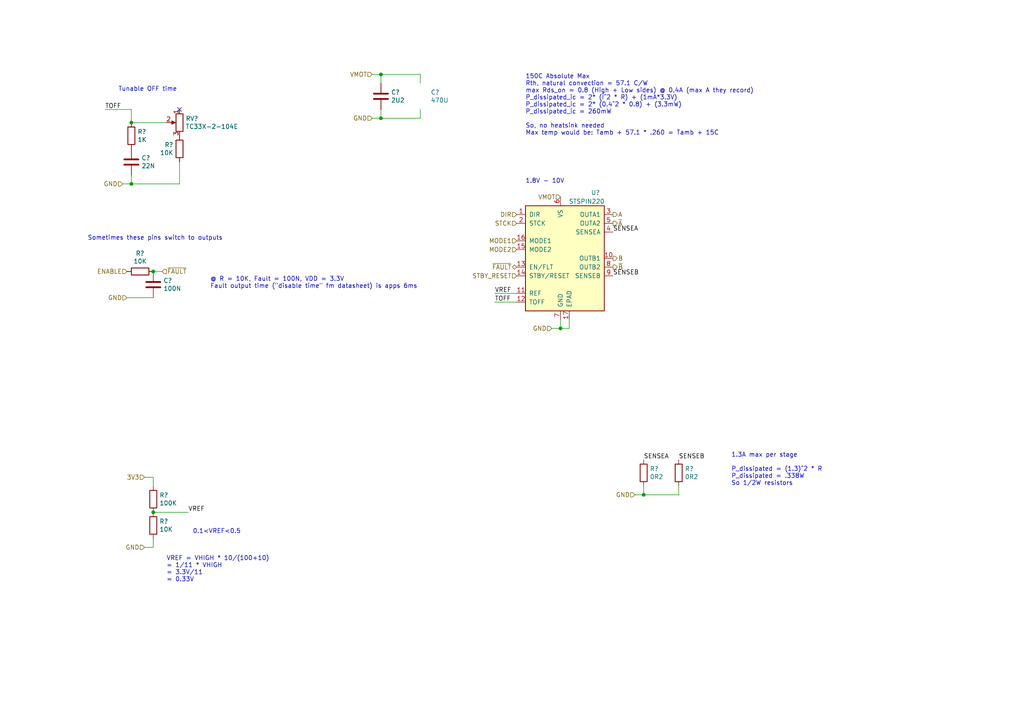
<source format=kicad_sch>
(kicad_sch (version 20211123) (generator eeschema)
  (paper "A4")
  (lib_symbols
    (symbol "Device:C" (pin_numbers hide) (pin_names (offset 0.254))
      (property "Reference" "C" (at 0.635 2.54 0))
      (property "Value" "C" (at 0.635 -2.54 0))
      (symbol "C_0_1"
        (polyline (pts (xy -2.032 -0.762) (xy 2.032 -0.762)) (stroke (width 0.508)))
        (polyline (pts (xy -2.032 0.762) (xy 2.032 0.762)) (stroke (width 0.508)))
      )
      (symbol "C_1_1"
        (pin passive line (at 0 3.81 270) (length 2.794) (name "~") (number "1"))
        (pin passive line (at 0 -3.81 90) (length 2.794) (name "~") (number "2"))
      )
    )
    (symbol "Device:R" (pin_numbers hide) (pin_names (offset 0))
      (property "Reference" "R" (at 2.032 0 90))
      (property "Value" "R" (at 0 0 90))
      (symbol "R_0_1"
        (rectangle (start -1.016 -2.54) (end 1.016 2.54) (stroke (width 0.254)))
      )
      (symbol "R_1_1"
        (pin passive line (at 0 3.81 270) (length 1.27) (name "~") (number "1"))
        (pin passive line (at 0 -3.81 90) (length 1.27) (name "~") (number "2"))
      )
    )
    (symbol "Driver_Motor:STSPIN220" (pin_names (offset 1.016))
      (property "Reference" "U" (at -10.16 16.51 0))
      (property "Value" "STSPIN220" (at 5.08 16.51 0))
      (symbol "STSPIN220_0_1"
        (rectangle (start -10.16 15.24) (end 12.7 -15.24) (stroke (width 0.254)) (fill (type background)))
      )
      (symbol "STSPIN220_1_1"
        (pin input line (at -12.7 12.7 0) (length 2.54) (name "DIR") (number "1"))
        (pin power_out line (at 15.24 0 180) (length 2.54) (name "OUTB1") (number "10"))
        (pin input line (at -12.7 -10.16 0) (length 2.54) (name "REF") (number "11"))
        (pin input line (at -12.7 -12.7 0) (length 2.54) (name "TOFF") (number "12"))
        (pin bidirectional line (at -12.7 -2.54 0) (length 2.54) (name "EN/FLT") (number "13"))
        (pin input line (at -12.7 -5.08 0) (length 2.54) (name "STBY/RESET") (number "14"))
        (pin input line (at -12.7 2.54 0) (length 2.54) (name "MODE2") (number "15"))
        (pin input line (at -12.7 5.08 0) (length 2.54) (name "MODE1") (number "16"))
        (pin power_in line (at 2.54 -17.78 90) (length 2.54) (name "EPAD") (number "17"))
        (pin input line (at -12.7 10.16 0) (length 2.54) (name "STCK") (number "2"))
        (pin power_out line (at 15.24 12.7 180) (length 2.54) (name "OUTA1") (number "3"))
        (pin power_out line (at 15.24 7.62 180) (length 2.54) (name "SENSEA") (number "4"))
        (pin power_out line (at 15.24 10.16 180) (length 2.54) (name "OUTA2") (number "5"))
        (pin power_in line (at 0 17.78 270) (length 2.54) (name "VS") (number "6"))
        (pin power_in line (at 0 -17.78 90) (length 2.54) (name "GND") (number "7"))
        (pin power_out line (at 15.24 -2.54 180) (length 2.54) (name "OUTB2") (number "8"))
        (pin power_out line (at 15.24 -5.08 180) (length 2.54) (name "SENSEB") (number "9"))
      )
    )
    (symbol "william_potentiometer:TC33X-2-104E" (pin_names (offset 1.016) hide)
      (property "Reference" "RV" (at -4.445 0 90))
      (property "Value" "TC33X-2-104E" (at -2.54 0 90))
      (property "MPN" "TC33X-2-104E" (at 0 0 0))
      (symbol "TC33X-2-104E_0_1"
        (polyline (pts (xy 2.54 0) (xy 1.524 0)))
        (polyline (pts (xy 1.143 0) (xy 2.286 0.508) (xy 2.286 -0.508) (xy 1.143 0)) (fill (type outline)))
        (rectangle (start 1.016 2.54) (end -1.016 -2.54) (stroke (width 0.254)))
      )
      (symbol "TC33X-2-104E_1_1"
        (pin passive line (at 0 3.81 270) (length 1.27) (name "1") (number "1"))
        (pin passive line (at 3.81 0 180) (length 1.27) (name "2") (number "2"))
        (pin passive line (at 0 -3.81 90) (length 1.27) (name "3") (number "3"))
      )
    )
  )
  (junction (at 38.1 35.56))
  (junction (at 110.49 34.29))
  (junction (at 186.69 143.51))
  (junction (at 44.45 148.59))
  (junction (at 44.45 78.74))
  (junction (at 38.1 53.34))
  (junction (at 110.49 21.59))
  (junction (at 162.56 95.25))
  (no_connect (at 52.07 31.75))
  (wire (pts (xy 41.91 138.43) (xy 44.45 138.43)))
  (wire (pts (xy 110.49 34.29) (xy 121.92 34.29)))
  (wire (pts (xy 160.02 95.25) (xy 162.56 95.25)))
  (wire (pts (xy 121.92 24.13) (xy 121.92 21.59)))
  (wire (pts (xy 110.49 31.75) (xy 110.49 34.29)))
  (wire (pts (xy 54.61 148.59) (xy 44.45 148.59)))
  (wire (pts (xy 44.45 138.43) (xy 44.45 140.97)))
  (wire (pts (xy 143.51 85.09) (xy 149.86 85.09)))
  (wire (pts (xy 36.83 86.36) (xy 44.45 86.36)))
  (wire (pts (xy 38.1 50.8) (xy 38.1 53.34)))
  (wire (pts (xy 38.1 53.34) (xy 52.07 53.34)))
  (wire (pts (xy 41.91 158.75) (xy 44.45 158.75)))
  (wire (pts (xy 35.56 53.34) (xy 38.1 53.34)))
  (wire (pts (xy 38.1 31.75) (xy 38.1 35.56)))
  (wire (pts (xy 110.49 21.59) (xy 107.95 21.59)))
  (wire (pts (xy 186.69 143.51) (xy 186.69 140.97)))
  (wire (pts (xy 110.49 24.13) (xy 110.49 21.59)))
  (wire (pts (xy 121.92 34.29) (xy 121.92 31.75)))
  (wire (pts (xy 196.85 143.51) (xy 196.85 140.97)))
  (wire (pts (xy 48.26 35.56) (xy 38.1 35.56)))
  (wire (pts (xy 165.1 95.25) (xy 165.1 92.71)))
  (wire (pts (xy 30.48 31.75) (xy 38.1 31.75)))
  (wire (pts (xy 46.99 78.74) (xy 44.45 78.74)))
  (wire (pts (xy 184.15 143.51) (xy 186.69 143.51)))
  (wire (pts (xy 44.45 158.75) (xy 44.45 156.21)))
  (wire (pts (xy 107.95 34.29) (xy 110.49 34.29)))
  (wire (pts (xy 162.56 92.71) (xy 162.56 95.25)))
  (wire (pts (xy 121.92 21.59) (xy 110.49 21.59)))
  (wire (pts (xy 162.56 95.25) (xy 165.1 95.25)))
  (wire (pts (xy 52.07 53.34) (xy 52.07 46.99)))
  (wire (pts (xy 143.51 87.63) (xy 149.86 87.63)))
  (wire (pts (xy 186.69 143.51) (xy 196.85 143.51)))
  (text "@ R = 10K, Fault = 100N, VDD = 3.3V\nFault output time (\"disable time\" fm datasheet) is apps 6ms" (at 60.96 83.82 0) (effects (font (size 1.27 1.27)) (justify left bottom)))
  (text "150C Absolute Max\nRth, natural convection = 57.1 C/W\nmax Rds_on = 0.8 (High + Low sides) @ 0.4A (max A they record)\nP_dissipated_ic = 2* (I^2 * R) + (1mA*3.3V)\nP_dissipated_ic = 2* (0.4^2 * 0.8) + (3.3mW)\nP_dissipated_ic = 260mW\n\nSo, no heatsink needed\nMax temp would be: Tamb + 57.1 * .260 = Tamb + 15C" (at 152.4 39.37 0) (effects (font (size 1.27 1.27)) (justify left bottom)))
  (text "1.3A max per stage\n\nP_dissipated = (1.3)^2 * R\nP_dissipated = .338W\nSo 1/2W resistors" (at 212.09 140.97 0) (effects (font (size 1.27 1.27)) (justify left bottom)))
  (text "Tunable OFF time" (at 34.29 26.67 0) (effects (font (size 1.27 1.27)) (justify left bottom)))
  (text "1.8V - 10V" (at 152.4 53.34 0) (effects (font (size 1.27 1.27)) (justify left bottom)))
  (text "0.1<VREF<0.5" (at 55.88 154.94 0) (effects (font (size 1.27 1.27)) (justify left bottom)))
  (text "Sometimes these pins switch to outputs" (at 25.4 69.85 0) (effects (font (size 1.27 1.27)) (justify left bottom)))
  (text "VREF = VHIGH * 10/(100+10) \n= 1/11 * VHIGH\n= 3.3V/11 \n= 0.33V" (at 48.26 168.91 0) (effects (font (size 1.27 1.27)) (justify left bottom)))
  (label "TOFF" (at 30.48 31.75 0))
  (label "TOFF" (at 143.51 87.63 0))
  (label "SENSEA" (at 186.69 133.35 0))
  (label "SENSEB" (at 196.85 133.35 0))
  (label "SENSEA" (at 177.8 67.31 0))
  (label "SENSEB" (at 177.8 80.01 0))
  (label "VREF" (at 143.51 85.09 0))
  (label "VREF" (at 54.61 148.59 0))
  (hierarchical_label "MODE1" (shape input) (at 149.86 69.85 180))
  (hierarchical_label "GND" (shape input) (at 35.56 53.34 180))
  (hierarchical_label "VMOT" (shape input) (at 107.95 21.59 180))
  (hierarchical_label "~{FAULT}" (shape tri_state) (at 149.86 77.47 180))
  (hierarchical_label "~{B}" (shape output) (at 177.8 77.47 0))
  (hierarchical_label "GND" (shape input) (at 160.02 95.25 180))
  (hierarchical_label "VMOT" (shape input) (at 162.56 57.15 180))
  (hierarchical_label "~{A}" (shape output) (at 177.8 64.77 0))
  (hierarchical_label "A" (shape output) (at 177.8 62.23 0))
  (hierarchical_label "~{FAULT}" (shape input) (at 46.99 78.74 0))
  (hierarchical_label "GND" (shape input) (at 184.15 143.51 180))
  (hierarchical_label "3V3" (shape input) (at 41.91 138.43 180))
  (hierarchical_label "STCK" (shape input) (at 149.86 64.77 180))
  (hierarchical_label "MODE2" (shape input) (at 149.86 72.39 180))
  (hierarchical_label "STBY_RESET" (shape input) (at 149.86 80.01 180))
  (hierarchical_label "DIR" (shape input) (at 149.86 62.23 180))
  (hierarchical_label "B" (shape output) (at 177.8 74.93 0))
  (hierarchical_label "GND" (shape input) (at 36.83 86.36 180))
  (hierarchical_label "GND" (shape input) (at 41.91 158.75 180))
  (hierarchical_label "ENABLE" (shape input) (at 36.83 78.74 180))
  (hierarchical_label "GND" (shape input) (at 107.95 34.29 180))
  (symbol (lib_id "Driver_Motor:STSPIN220") (at 162.56 74.93 0) (unit 1)
    (property "Reference" "U?" (at 172.72 55.88 0))
    (property "Value" "STSPIN220" (at 170.18 58.42 0))
    (property "Footprint" "Package_DFN_QFN:VQFN-16-1EP_3x3mm_P0.5mm_EP1.8x1.8mm" (effects hide))
    (property "Datasheet" "www.st.com/resource/en/datasheet/stspin220.pdf" (effects hide))
  )
  (symbol (lib_id "Device:R") (at 186.69 137.16 0) (unit 1)
    (property "Reference" "R?" (at 188.468 135.9916 0) (effects (justify left)))
    (property "Value" "0R2" (at 188.468 138.303 0) (effects (justify left)))
    (property "Footprint" "Resistor_SMD:R_1020_2550Metric" (effects hide))
    (property "MPN" "RCWE1020R200FKEA" (effects hide))
  )
  (symbol (lib_id "Device:C") (at 38.1 46.99 0) (unit 1)
    (property "Reference" "C?" (at 41.021 45.8216 0) (effects (justify left)))
    (property "Value" "22N" (at 41.021 48.133 0) (effects (justify left)))
    (property "Footprint" "Capacitor_SMD:C_0603_1608Metric" (effects hide))
  )
  (symbol (lib_id "Device:R") (at 52.07 43.18 0) (mirror y) (unit 1)
    (property "Reference" "R?" (at 50.292 42.0116 0) (effects (justify left)))
    (property "Value" "10K" (at 50.292 44.323 0) (effects (justify left)))
    (property "Footprint" "Resistor_SMD:R_0603_1608Metric" (effects hide))
  )
  (symbol (lib_id "william_potentiometer:TC33X-2-104E") (at 52.07 35.56 0) (mirror y) (unit 1)
    (property "Reference" "RV?" (at 53.848 34.3916 0) (effects (justify right)))
    (property "Value" "TC33X-2-104E" (at 53.848 36.703 0) (effects (justify right)))
    (property "Footprint" "william_potentiometer:Potentiometer_Bourns_TC33X_Vertical" (effects hide))
    (property "MPN" "TC33X-2-104E" (effects hide))
  )
  (symbol (lib_id "Device:R") (at 38.1 39.37 0) (unit 1)
    (property "Reference" "R?" (at 39.878 38.2016 0) (effects (justify left)))
    (property "Value" "1K" (at 39.878 40.513 0) (effects (justify left)))
    (property "Footprint" "Resistor_SMD:R_0603_1608Metric" (effects hide))
  )
  (symbol (lib_id "Device:R") (at 40.64 78.74 90) (unit 1)
    (property "Reference" "R?" (at 40.64 73.4822 90))
    (property "Value" "10K" (at 40.64 75.7936 90))
    (property "Footprint" "Resistor_SMD:R_0603_1608Metric" (effects hide))
  )
  (symbol (lib_id "Device:C") (at 44.45 82.55 0) (unit 1)
    (property "Reference" "C?" (at 47.371 81.3816 0) (effects (justify left)))
    (property "Value" "100N" (at 47.371 83.693 0) (effects (justify left)))
    (property "Footprint" "Capacitor_SMD:C_0603_1608Metric" (effects hide))
  )
  (symbol (lib_id "Device:R") (at 44.45 144.78 0) (unit 1)
    (property "Reference" "R?" (at 46.228 143.6116 0) (effects (justify left)))
    (property "Value" "100K" (at 46.228 145.923 0) (effects (justify left)))
    (property "Footprint" "Resistor_SMD:R_0603_1608Metric" (effects hide))
  )
  (symbol (lib_id "Device:R") (at 44.45 152.4 0) (unit 1)
    (property "Reference" "R?" (at 46.228 151.2316 0) (effects (justify left)))
    (property "Value" "10K" (at 46.228 153.543 0) (effects (justify left)))
    (property "Footprint" "Resistor_SMD:R_0603_1608Metric" (effects hide))
  )
  (symbol (lib_id "Device:C") (at 110.49 27.94 0) (unit 1)
    (property "Reference" "C?" (at 113.411 26.7716 0) (effects (justify left)))
    (property "Value" "2U2" (at 113.411 29.083 0) (effects (justify left)))
    (property "Footprint" "Capacitor_SMD:C_0805_2012Metric" (effects hide))
  )
  (symbol (lib_id "Device:CP") (at 121.92 27.94 0) (unit 1)
    (property "Reference" "C?" (at 124.9172 26.7716 0) (effects (justify left)))
    (property "Value" "470U" (at 124.9172 29.083 0) (effects (justify left)))
    (property "Footprint" "Capacitor_THT:CP_Radial_D6.3mm_P2.50mm" (effects hide))
  )
  (symbol (lib_id "Device:R") (at 196.85 137.16 0) (unit 1)
    (property "Reference" "R?" (at 198.628 135.9916 0) (effects (justify left)))
    (property "Value" "0R2" (at 198.628 138.303 0) (effects (justify left)))
    (property "Footprint" "Resistor_SMD:R_1020_2550Metric" (effects hide))
    (property "MPN" "RCWE1020R200FKEA" (effects hide))
  )
)
</source>
